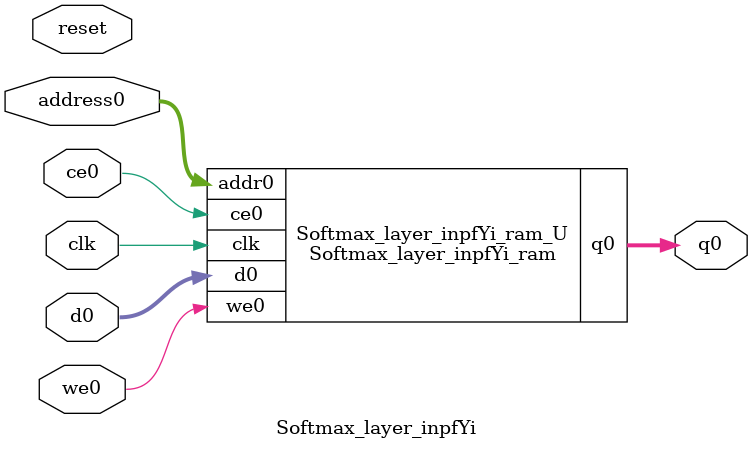
<source format=v>
`timescale 1 ns / 1 ps
module Softmax_layer_inpfYi_ram (addr0, ce0, d0, we0, q0,  clk);

parameter DWIDTH = 32;
parameter AWIDTH = 4;
parameter MEM_SIZE = 12;

input[AWIDTH-1:0] addr0;
input ce0;
input[DWIDTH-1:0] d0;
input we0;
output reg[DWIDTH-1:0] q0;
input clk;

(* ram_style = "distributed" *)reg [DWIDTH-1:0] ram[0:MEM_SIZE-1];




always @(posedge clk)  
begin 
    if (ce0) begin
        if (we0) 
            ram[addr0] <= d0; 
        q0 <= ram[addr0];
    end
end


endmodule

`timescale 1 ns / 1 ps
module Softmax_layer_inpfYi(
    reset,
    clk,
    address0,
    ce0,
    we0,
    d0,
    q0);

parameter DataWidth = 32'd32;
parameter AddressRange = 32'd12;
parameter AddressWidth = 32'd4;
input reset;
input clk;
input[AddressWidth - 1:0] address0;
input ce0;
input we0;
input[DataWidth - 1:0] d0;
output[DataWidth - 1:0] q0;



Softmax_layer_inpfYi_ram Softmax_layer_inpfYi_ram_U(
    .clk( clk ),
    .addr0( address0 ),
    .ce0( ce0 ),
    .we0( we0 ),
    .d0( d0 ),
    .q0( q0 ));

endmodule


</source>
